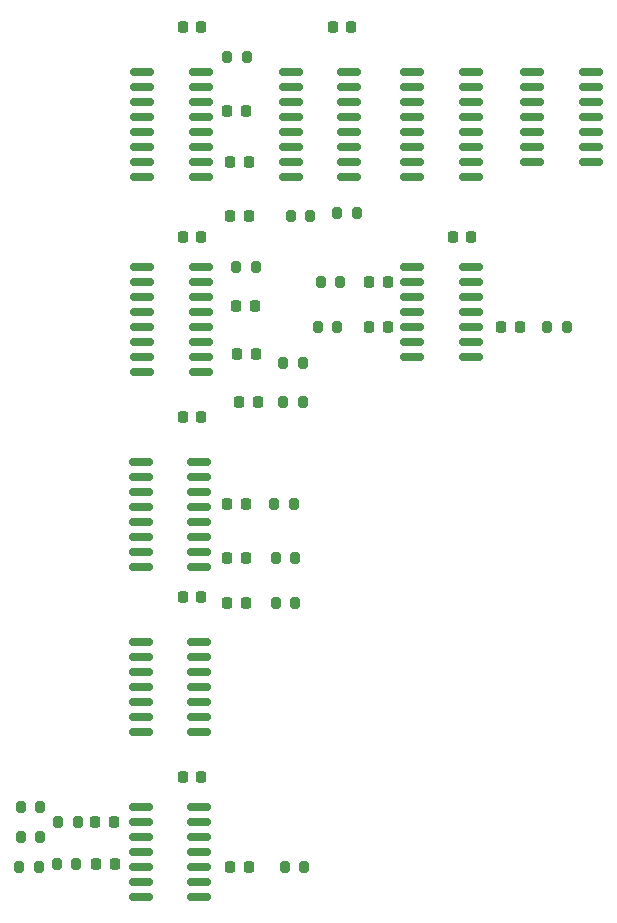
<source format=gbr>
%TF.GenerationSoftware,KiCad,Pcbnew,8.0.6-1.fc41*%
%TF.CreationDate,2024-12-08T17:17:19+02:00*%
%TF.ProjectId,logicanalyzer,6c6f6769-6361-46e6-916c-797a65722e6b,rev?*%
%TF.SameCoordinates,Original*%
%TF.FileFunction,Paste,Top*%
%TF.FilePolarity,Positive*%
%FSLAX46Y46*%
G04 Gerber Fmt 4.6, Leading zero omitted, Abs format (unit mm)*
G04 Created by KiCad (PCBNEW 8.0.6-1.fc41) date 2024-12-08 17:17:19*
%MOMM*%
%LPD*%
G01*
G04 APERTURE LIST*
G04 Aperture macros list*
%AMRoundRect*
0 Rectangle with rounded corners*
0 $1 Rounding radius*
0 $2 $3 $4 $5 $6 $7 $8 $9 X,Y pos of 4 corners*
0 Add a 4 corners polygon primitive as box body*
4,1,4,$2,$3,$4,$5,$6,$7,$8,$9,$2,$3,0*
0 Add four circle primitives for the rounded corners*
1,1,$1+$1,$2,$3*
1,1,$1+$1,$4,$5*
1,1,$1+$1,$6,$7*
1,1,$1+$1,$8,$9*
0 Add four rect primitives between the rounded corners*
20,1,$1+$1,$2,$3,$4,$5,0*
20,1,$1+$1,$4,$5,$6,$7,0*
20,1,$1+$1,$6,$7,$8,$9,0*
20,1,$1+$1,$8,$9,$2,$3,0*%
G04 Aperture macros list end*
%ADD10RoundRect,0.200000X-0.200000X-0.275000X0.200000X-0.275000X0.200000X0.275000X-0.200000X0.275000X0*%
%ADD11RoundRect,0.200000X0.200000X0.275000X-0.200000X0.275000X-0.200000X-0.275000X0.200000X-0.275000X0*%
%ADD12RoundRect,0.218750X0.218750X0.256250X-0.218750X0.256250X-0.218750X-0.256250X0.218750X-0.256250X0*%
%ADD13RoundRect,0.150000X-0.825000X-0.150000X0.825000X-0.150000X0.825000X0.150000X-0.825000X0.150000X0*%
%ADD14RoundRect,0.225000X0.225000X0.250000X-0.225000X0.250000X-0.225000X-0.250000X0.225000X-0.250000X0*%
%ADD15RoundRect,0.225000X-0.225000X-0.250000X0.225000X-0.250000X0.225000X0.250000X-0.225000X0.250000X0*%
%ADD16RoundRect,0.218750X-0.218750X-0.256250X0.218750X-0.256250X0.218750X0.256250X-0.218750X0.256250X0*%
G04 APERTURE END LIST*
D10*
%TO.C,R39*%
X76645000Y-71120000D03*
X78295000Y-71120000D03*
%TD*%
%TO.C,R27*%
X58294000Y-121920000D03*
X59944000Y-121920000D03*
%TD*%
D11*
%TO.C,R38*%
X82296000Y-82550000D03*
X80646000Y-82550000D03*
%TD*%
D12*
%TO.C,D8*%
X77470000Y-95758000D03*
X75895000Y-95758000D03*
%TD*%
D13*
%TO.C,U2*%
X91570000Y-54610000D03*
X91570000Y-55880000D03*
X91570000Y-57150000D03*
X91570000Y-58420000D03*
X91570000Y-59690000D03*
X91570000Y-60960000D03*
X91570000Y-62230000D03*
X91570000Y-63500000D03*
X96520000Y-63500000D03*
X96520000Y-62230000D03*
X96520000Y-60960000D03*
X96520000Y-59690000D03*
X96520000Y-58420000D03*
X96520000Y-57150000D03*
X96520000Y-55880000D03*
X96520000Y-54610000D03*
%TD*%
D10*
%TO.C,R29*%
X61596000Y-118110000D03*
X63246000Y-118110000D03*
%TD*%
D13*
%TO.C,U9*%
X68580000Y-87630000D03*
X68580000Y-88900000D03*
X68580000Y-90170000D03*
X68580000Y-91440000D03*
X68580000Y-92710000D03*
X68580000Y-93980000D03*
X68580000Y-95250000D03*
X68580000Y-96520000D03*
X73530000Y-96520000D03*
X73530000Y-95250000D03*
X73530000Y-93980000D03*
X73530000Y-92710000D03*
X73530000Y-91440000D03*
X73530000Y-90170000D03*
X73530000Y-88900000D03*
X73530000Y-87630000D03*
%TD*%
D14*
%TO.C,C1*%
X73660000Y-114300000D03*
X72110000Y-114300000D03*
%TD*%
D11*
%TO.C,R41*%
X82930000Y-66802000D03*
X81280000Y-66802000D03*
%TD*%
D15*
%TO.C,C5*%
X94970000Y-68580000D03*
X96520000Y-68580000D03*
%TD*%
%TO.C,C2*%
X72110000Y-68580000D03*
X73660000Y-68580000D03*
%TD*%
D16*
%TO.C,D5*%
X87884000Y-76200000D03*
X89459000Y-76200000D03*
%TD*%
D11*
%TO.C,R37*%
X81534000Y-91186000D03*
X79884000Y-91186000D03*
%TD*%
%TO.C,R43*%
X86868000Y-66548000D03*
X85218000Y-66548000D03*
%TD*%
D10*
%TO.C,R34*%
X83820000Y-72390000D03*
X85470000Y-72390000D03*
%TD*%
%TO.C,R25*%
X58420000Y-116840000D03*
X60070000Y-116840000D03*
%TD*%
D11*
%TO.C,R36*%
X81660000Y-95758000D03*
X80010000Y-95758000D03*
%TD*%
D15*
%TO.C,C7*%
X72110000Y-99060000D03*
X73660000Y-99060000D03*
%TD*%
D13*
%TO.C,U3*%
X81280000Y-54610000D03*
X81280000Y-55880000D03*
X81280000Y-57150000D03*
X81280000Y-58420000D03*
X81280000Y-59690000D03*
X81280000Y-60960000D03*
X81280000Y-62230000D03*
X81280000Y-63500000D03*
X86230000Y-63500000D03*
X86230000Y-62230000D03*
X86230000Y-60960000D03*
X86230000Y-59690000D03*
X86230000Y-58420000D03*
X86230000Y-57150000D03*
X86230000Y-55880000D03*
X86230000Y-54610000D03*
%TD*%
D10*
%TO.C,R42*%
X75883000Y-53340000D03*
X77533000Y-53340000D03*
%TD*%
%TO.C,R31*%
X61468000Y-121666000D03*
X63118000Y-121666000D03*
%TD*%
D11*
%TO.C,R32*%
X104648000Y-76200000D03*
X102998000Y-76200000D03*
%TD*%
D15*
%TO.C,C4*%
X84810000Y-50800000D03*
X86360000Y-50800000D03*
%TD*%
D13*
%TO.C,U5*%
X68710000Y-54610000D03*
X68710000Y-55880000D03*
X68710000Y-57150000D03*
X68710000Y-58420000D03*
X68710000Y-59690000D03*
X68710000Y-60960000D03*
X68710000Y-62230000D03*
X68710000Y-63500000D03*
X73660000Y-63500000D03*
X73660000Y-62230000D03*
X73660000Y-60960000D03*
X73660000Y-59690000D03*
X73660000Y-58420000D03*
X73660000Y-57150000D03*
X73660000Y-55880000D03*
X73660000Y-54610000D03*
%TD*%
D16*
%TO.C,D3*%
X64770000Y-121666000D03*
X66345000Y-121666000D03*
%TD*%
D12*
%TO.C,D13*%
X77724000Y-66802000D03*
X76149000Y-66802000D03*
%TD*%
%TO.C,D11*%
X78232000Y-74422000D03*
X76657000Y-74422000D03*
%TD*%
%TO.C,D7*%
X77470000Y-99568000D03*
X75895000Y-99568000D03*
%TD*%
D16*
%TO.C,D6*%
X87884000Y-72390000D03*
X89459000Y-72390000D03*
%TD*%
D12*
%TO.C,D12*%
X78283000Y-78486000D03*
X76708000Y-78486000D03*
%TD*%
%TO.C,D9*%
X77470000Y-91186000D03*
X75895000Y-91186000D03*
%TD*%
%TO.C,D14*%
X77470000Y-57912000D03*
X75895000Y-57912000D03*
%TD*%
D16*
%TO.C,D2*%
X64719000Y-118110000D03*
X66294000Y-118110000D03*
%TD*%
D15*
%TO.C,C3*%
X72110000Y-50800000D03*
X73660000Y-50800000D03*
%TD*%
D11*
%TO.C,R24*%
X82422000Y-121920000D03*
X80772000Y-121920000D03*
%TD*%
D13*
%TO.C,U8*%
X68710000Y-71120000D03*
X68710000Y-72390000D03*
X68710000Y-73660000D03*
X68710000Y-74930000D03*
X68710000Y-76200000D03*
X68710000Y-77470000D03*
X68710000Y-78740000D03*
X68710000Y-80010000D03*
X73660000Y-80010000D03*
X73660000Y-78740000D03*
X73660000Y-77470000D03*
X73660000Y-76200000D03*
X73660000Y-74930000D03*
X73660000Y-73660000D03*
X73660000Y-72390000D03*
X73660000Y-71120000D03*
%TD*%
%TO.C,U1*%
X101730000Y-54610000D03*
X101730000Y-55880000D03*
X101730000Y-57150000D03*
X101730000Y-58420000D03*
X101730000Y-59690000D03*
X101730000Y-60960000D03*
X101730000Y-62230000D03*
X106680000Y-62230000D03*
X106680000Y-60960000D03*
X106680000Y-59690000D03*
X106680000Y-58420000D03*
X106680000Y-57150000D03*
X106680000Y-55880000D03*
X106680000Y-54610000D03*
%TD*%
D11*
%TO.C,R40*%
X82296000Y-79248000D03*
X80646000Y-79248000D03*
%TD*%
D13*
%TO.C,U4*%
X68580000Y-116840000D03*
X68580000Y-118110000D03*
X68580000Y-119380000D03*
X68580000Y-120650000D03*
X68580000Y-121920000D03*
X68580000Y-123190000D03*
X68580000Y-124460000D03*
X73530000Y-124460000D03*
X73530000Y-123190000D03*
X73530000Y-121920000D03*
X73530000Y-120650000D03*
X73530000Y-119380000D03*
X73530000Y-118110000D03*
X73530000Y-116840000D03*
%TD*%
D12*
%TO.C,D10*%
X78486000Y-82550000D03*
X76911000Y-82550000D03*
%TD*%
D10*
%TO.C,R26*%
X58420000Y-119380000D03*
X60070000Y-119380000D03*
%TD*%
D12*
%TO.C,D15*%
X77724000Y-62230000D03*
X76149000Y-62230000D03*
%TD*%
D15*
%TO.C,C6*%
X72110000Y-83820000D03*
X73660000Y-83820000D03*
%TD*%
D12*
%TO.C,D4*%
X100635000Y-76200000D03*
X99060000Y-76200000D03*
%TD*%
D11*
%TO.C,R35*%
X81660000Y-99568000D03*
X80010000Y-99568000D03*
%TD*%
D10*
%TO.C,R33*%
X83566000Y-76200000D03*
X85216000Y-76200000D03*
%TD*%
D13*
%TO.C,U6*%
X68580000Y-102870000D03*
X68580000Y-104140000D03*
X68580000Y-105410000D03*
X68580000Y-106680000D03*
X68580000Y-107950000D03*
X68580000Y-109220000D03*
X68580000Y-110490000D03*
X73530000Y-110490000D03*
X73530000Y-109220000D03*
X73530000Y-107950000D03*
X73530000Y-106680000D03*
X73530000Y-105410000D03*
X73530000Y-104140000D03*
X73530000Y-102870000D03*
%TD*%
D12*
%TO.C,D1*%
X77724000Y-121920000D03*
X76149000Y-121920000D03*
%TD*%
D13*
%TO.C,U7*%
X91570000Y-71120000D03*
X91570000Y-72390000D03*
X91570000Y-73660000D03*
X91570000Y-74930000D03*
X91570000Y-76200000D03*
X91570000Y-77470000D03*
X91570000Y-78740000D03*
X96520000Y-78740000D03*
X96520000Y-77470000D03*
X96520000Y-76200000D03*
X96520000Y-74930000D03*
X96520000Y-73660000D03*
X96520000Y-72390000D03*
X96520000Y-71120000D03*
%TD*%
M02*

</source>
